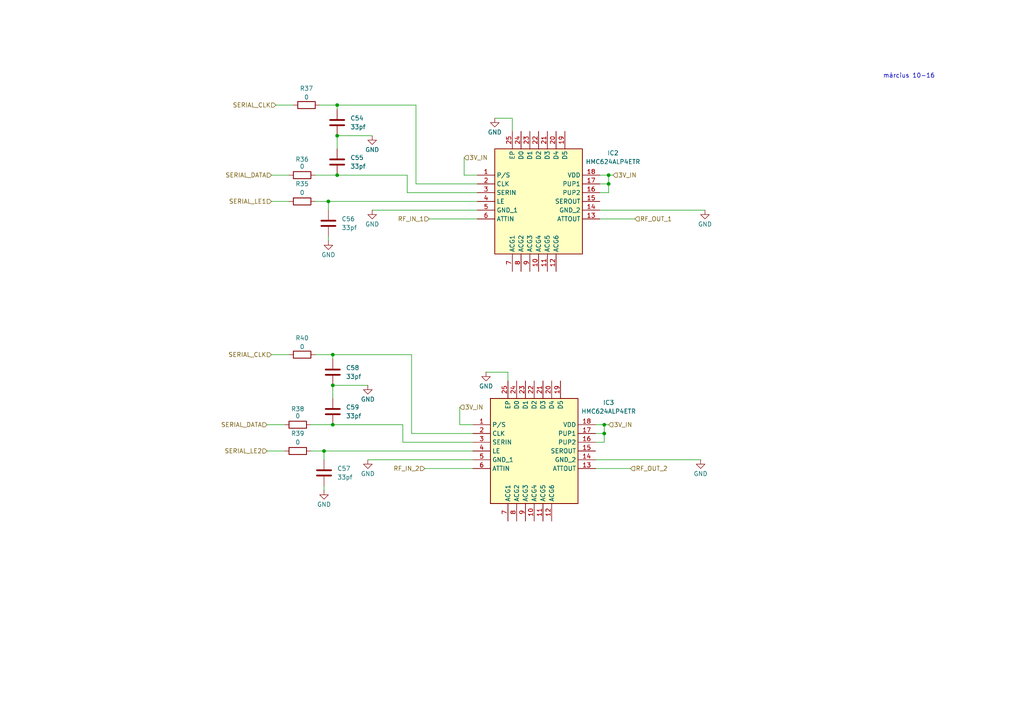
<source format=kicad_sch>
(kicad_sch (version 20250114) (generator "eeschema") (generator_version "9.0")
  (paper "A4")
  (lib_symbols
    (symbol "Device:C" (pin_numbers (hide yes)) (pin_names (offset 0.254))
      (property "Reference" "C" (at 0.635 2.54 0))
      (property "Value" "C" (at 0.635 -2.54 0))
      (symbol "C_0_1"
        (polyline (pts (xy -2.032 0.762) (xy 2.032 0.762)) (stroke (width 0.508)))
        (polyline (pts (xy -2.032 -0.762) (xy 2.032 -0.762)) (stroke (width 0.508)))
      )
      (symbol "C_1_1"
        (pin passive line (at 0 3.81 270) (length 2.794) (name "~") (number "1"))
        (pin passive line (at 0 -3.81 90) (length 2.794) (name "~") (number "2"))
      )
    )
    (symbol "Device:R" (pin_numbers (hide yes)) (pin_names (offset 0))
      (property "Reference" "R" (at 2.032 0 90))
      (property "Value" "R" (at 0 0 90))
      (symbol "R_0_1"
        (rectangle (start -1.016 -2.54) (end 1.016 2.54) (stroke (width 0.254)))
      )
      (symbol "R_1_1"
        (pin passive line (at 0 3.81 270) (length 1.27) (name "~") (number "1"))
        (pin passive line (at 0 -3.81 90) (length 1.27) (name "~") (number "2"))
      )
    )
    (symbol "HMC624ALP4ETR:HMC624ALP4ETR"
      (property "Reference" "IC" (at 31.75 12.7 0))
      (property "Value" "HMC624ALP4ETR" (at 31.75 10.16 0))
      (symbol "HMC624ALP4ETR_1_1"
        (rectangle (start 5.08 7.62) (end 30.48 -22.86) (stroke (width 0.254)) (fill (type background)))
        (pin passive line (at 0 0 0) (length 5.08) (name "P/S") (number "1"))
        (pin passive line (at 0 -2.54 0) (length 5.08) (name "CLK") (number "2"))
        (pin passive line (at 0 -5.08 0) (length 5.08) (name "SERIN") (number "3"))
        (pin passive line (at 0 -7.62 0) (length 5.08) (name "LE") (number "4"))
        (pin passive line (at 0 -10.16 0) (length 5.08) (name "GND_1") (number "5"))
        (pin passive line (at 0 -12.7 0) (length 5.08) (name "ATTIN") (number "6"))
        (pin passive line (at 10.16 12.7 270) (length 5.08) (name "EP") (number "25"))
        (pin passive line (at 10.16 -27.94 90) (length 5.08) (name "ACG1") (number "7"))
        (pin passive line (at 12.7 12.7 270) (length 5.08) (name "D0") (number "24"))
        (pin passive line (at 12.7 -27.94 90) (length 5.08) (name "ACG2") (number "8"))
        (pin passive line (at 15.24 12.7 270) (length 5.08) (name "D1") (number "23"))
        (pin passive line (at 15.24 -27.94 90) (length 5.08) (name "ACG3") (number "9"))
        (pin passive line (at 17.78 12.7 270) (length 5.08) (name "D2") (number "22"))
        (pin passive line (at 17.78 -27.94 90) (length 5.08) (name "ACG4") (number "10"))
        (pin passive line (at 20.32 12.7 270) (length 5.08) (name "D3") (number "21"))
        (pin passive line (at 20.32 -27.94 90) (length 5.08) (name "ACG5") (number "11"))
        (pin passive line (at 22.86 12.7 270) (length 5.08) (name "D4") (number "20"))
        (pin passive line (at 22.86 -27.94 90) (length 5.08) (name "ACG6") (number "12"))
        (pin passive line (at 25.4 12.7 270) (length 5.08) (name "D5") (number "19"))
        (pin passive line (at 35.56 0 180) (length 5.08) (name "VDD") (number "18"))
        (pin passive line (at 35.56 -2.54 180) (length 5.08) (name "PUP1") (number "17"))
        (pin passive line (at 35.56 -5.08 180) (length 5.08) (name "PUP2") (number "16"))
        (pin passive line (at 35.56 -7.62 180) (length 5.08) (name "SEROUT") (number "15"))
        (pin passive line (at 35.56 -10.16 180) (length 5.08) (name "GND_2") (number "14"))
        (pin passive line (at 35.56 -12.7 180) (length 5.08) (name "ATTOUT") (number "13"))
      )
    )
    (symbol "power:GND" (power) (pin_numbers (hide yes)) (pin_names (offset 0) (hide yes))
      (property "Value" "GND" (at 0 -3.81 0))
      (symbol "GND_0_1"
        (polyline (pts (xy 0 0) (xy 0 -1.27) (xy 1.27 -1.27) (xy 0 -2.54) (xy -1.27 -1.27) (xy 0 -1.27)))
      )
      (symbol "GND_1_1"
        (pin power_in line (at 0 0 270) (length 0) (name "~") (number "1"))
      )
    )
  )
  (text "március 10-16" (at 263.652 22.098 0) (effects (font (size 1.27 1.27))))
  (junction (at 175.26 125.73))
  (junction (at 175.26 123.19))
  (junction (at 97.79 30.48))
  (junction (at 96.52 111.76))
  (junction (at 95.25 58.42))
  (junction (at 97.79 39.37))
  (junction (at 97.79 50.8))
  (junction (at 176.53 53.34))
  (junction (at 96.52 123.19))
  (junction (at 176.53 50.8))
  (junction (at 93.98 130.81))
  (junction (at 96.52 102.87))
  (wire (pts (xy 119.38 102.87) (xy 96.52 102.87)))
  (wire (pts (xy 120.65 30.48) (xy 97.79 30.48)))
  (wire (pts (xy 147.32 110.49) (xy 147.32 107.95)))
  (wire (pts (xy 172.72 135.89) (xy 182.88 135.89)))
  (wire (pts (xy 175.26 128.27) (xy 175.26 125.73)))
  (wire (pts (xy 96.52 102.87) (xy 91.44 102.87)))
  (wire (pts (xy 137.16 128.27) (xy 116.84 128.27)))
  (wire (pts (xy 173.99 63.5) (xy 184.15 63.5)))
  (wire (pts (xy 173.99 53.34) (xy 176.53 53.34)))
  (wire (pts (xy 176.53 55.88) (xy 176.53 53.34)))
  (wire (pts (xy 90.17 130.81) (xy 93.98 130.81)))
  (wire (pts (xy 93.98 130.81) (xy 137.16 130.81)))
  (wire (pts (xy 120.65 53.34) (xy 120.65 30.48)))
  (wire (pts (xy 78.74 102.87) (xy 83.82 102.87)))
  (wire (pts (xy 137.16 125.73) (xy 119.38 125.73)))
  (wire (pts (xy 96.52 102.87) (xy 96.52 104.14)))
  (wire (pts (xy 95.25 68.58) (xy 95.25 69.85)))
  (wire (pts (xy 138.43 50.8) (xy 134.62 50.8)))
  (wire (pts (xy 119.38 125.73) (xy 119.38 102.87)))
  (wire (pts (xy 96.52 111.76) (xy 96.52 115.57)))
  (wire (pts (xy 107.95 60.96) (xy 138.43 60.96)))
  (wire (pts (xy 95.25 58.42) (xy 95.25 60.96)))
  (wire (pts (xy 116.84 128.27) (xy 116.84 123.19)))
  (wire (pts (xy 148.59 34.29) (xy 143.51 34.29)))
  (wire (pts (xy 148.59 38.1) (xy 148.59 34.29)))
  (wire (pts (xy 93.98 130.81) (xy 93.98 133.35)))
  (wire (pts (xy 97.79 30.48) (xy 92.71 30.48)))
  (wire (pts (xy 95.25 58.42) (xy 138.43 58.42)))
  (wire (pts (xy 147.32 107.95) (xy 140.97 107.95)))
  (wire (pts (xy 134.62 50.8) (xy 134.62 45.72)))
  (wire (pts (xy 176.53 50.8) (xy 177.8 50.8)))
  (wire (pts (xy 172.72 128.27) (xy 175.26 128.27)))
  (wire (pts (xy 173.99 60.96) (xy 204.47 60.96)))
  (wire (pts (xy 77.47 130.81) (xy 82.55 130.81)))
  (wire (pts (xy 123.19 135.89) (xy 137.16 135.89)))
  (wire (pts (xy 96.52 111.76) (xy 106.68 111.76)))
  (wire (pts (xy 173.99 50.8) (xy 176.53 50.8)))
  (wire (pts (xy 176.53 53.34) (xy 176.53 50.8)))
  (wire (pts (xy 124.46 63.5) (xy 138.43 63.5)))
  (wire (pts (xy 138.43 55.88) (xy 118.11 55.88)))
  (wire (pts (xy 97.79 50.8) (xy 91.44 50.8)))
  (wire (pts (xy 138.43 53.34) (xy 120.65 53.34)))
  (wire (pts (xy 118.11 50.8) (xy 97.79 50.8)))
  (wire (pts (xy 93.98 140.97) (xy 93.98 142.24)))
  (wire (pts (xy 133.35 123.19) (xy 133.35 118.11)))
  (wire (pts (xy 116.84 123.19) (xy 96.52 123.19)))
  (wire (pts (xy 137.16 123.19) (xy 133.35 123.19)))
  (wire (pts (xy 118.11 55.88) (xy 118.11 50.8)))
  (wire (pts (xy 78.74 50.8) (xy 83.82 50.8)))
  (wire (pts (xy 97.79 39.37) (xy 97.79 43.18)))
  (wire (pts (xy 91.44 58.42) (xy 95.25 58.42)))
  (wire (pts (xy 175.26 123.19) (xy 176.53 123.19)))
  (wire (pts (xy 77.47 123.19) (xy 82.55 123.19)))
  (wire (pts (xy 172.72 125.73) (xy 175.26 125.73)))
  (wire (pts (xy 173.99 55.88) (xy 176.53 55.88)))
  (wire (pts (xy 175.26 125.73) (xy 175.26 123.19)))
  (wire (pts (xy 172.72 133.35) (xy 203.2 133.35)))
  (wire (pts (xy 80.01 30.48) (xy 85.09 30.48)))
  (wire (pts (xy 106.68 133.35) (xy 137.16 133.35)))
  (wire (pts (xy 172.72 123.19) (xy 175.26 123.19)))
  (wire (pts (xy 96.52 123.19) (xy 90.17 123.19)))
  (wire (pts (xy 97.79 30.48) (xy 97.79 31.75)))
  (wire (pts (xy 97.79 39.37) (xy 107.95 39.37)))
  (wire (pts (xy 78.74 58.42) (xy 83.82 58.42)))
  (hierarchical_label "SERIAL_DATA" (shape input) (at 78.74 50.8 180))
  (hierarchical_label "SERIAL_LE2" (shape input) (at 77.47 130.81 180))
  (hierarchical_label "RF_IN_1" (shape input) (at 124.46 63.5 180))
  (hierarchical_label "SERIAL_DATA" (shape input) (at 77.47 123.19 180))
  (hierarchical_label "RF_OUT_2" (shape input) (at 182.88 135.89 0))
  (hierarchical_label "RF_IN_2" (shape input) (at 123.19 135.89 180))
  (hierarchical_label "3V_IN" (shape input) (at 133.35 118.11 0))
  (hierarchical_label "RF_OUT_1" (shape input) (at 184.15 63.5 0))
  (hierarchical_label "SERIAL_LE1" (shape input) (at 78.74 58.42 180))
  (hierarchical_label "3V_IN" (shape input) (at 177.8 50.8 0))
  (hierarchical_label "SERIAL_CLK" (shape input) (at 80.01 30.48 180))
  (hierarchical_label "3V_IN" (shape input) (at 134.62 45.72 0))
  (hierarchical_label "3V_IN" (shape input) (at 176.53 123.19 0))
  (hierarchical_label "SERIAL_CLK" (shape input) (at 78.74 102.87 180))
  (symbol (lib_id "Device:R") (at 87.63 102.87 90) (unit 1)
    (property "Reference" "R40" (at 87.63 98.044 90))
    (property "Value" "0" (at 87.63 100.584 90))
    (property "Footprint" "Resistor_SMD:R_0603_1608Metric_Pad0.98x0.95mm_HandSolder" (effects (hide yes)))
    (property "Description" "Resistor" (effects (hide yes)))
  )
  (symbol (lib_id "Device:C") (at 97.79 46.99 0) (unit 1)
    (property "Reference" "C55" (at 101.6 45.7199 0) (effects (justify left)))
    (property "Value" "33pf" (at 101.6 48.2599 0) (effects (justify left)))
    (property "Footprint" "Capacitor_SMD:C_0603_1608Metric_Pad1.08x0.95mm_HandSolder" (effects (hide yes)))
    (property "Description" "Unpolarized capacitor" (effects (hide yes)))
  )
  (symbol (lib_id "Device:R") (at 86.36 130.81 90) (unit 1)
    (property "Reference" "R39" (at 86.36 125.73 90))
    (property "Value" "0" (at 86.36 128.27 90))
    (property "Footprint" "Resistor_SMD:R_0603_1608Metric_Pad0.98x0.95mm_HandSolder" (effects (hide yes)))
    (property "Description" "Resistor" (effects (hide yes)))
  )
  (symbol (lib_id "Device:C") (at 96.52 107.95 0) (unit 1)
    (property "Reference" "C58" (at 100.33 106.6799 0) (effects (justify left)))
    (property "Value" "33pf" (at 100.33 109.2199 0) (effects (justify left)))
    (property "Footprint" "Capacitor_SMD:C_0603_1608Metric_Pad1.08x0.95mm_HandSolder" (effects (hide yes)))
    (property "Description" "Unpolarized capacitor" (effects (hide yes)))
  )
  (symbol (lib_id "HMC624ALP4ETR:HMC624ALP4ETR") (at 137.16 123.19 0) (unit 1)
    (property "Reference" "IC3" (at 176.53 116.7698 0))
    (property "Value" "HMC624ALP4ETR" (at 176.53 119.3098 0))
    (property "Footprint" "QFN50P400X400X90-25N-D" (effects (hide yes)))
    (property "Datasheet" "https://www.analog.com/HMC624A/datasheet" (effects (hide yes)))
    (property "Description" "0.1 GHz to 6.0 GHz, 0.5 dB LSB, 6-Bit, GaAs Digital Attenuator" (effects (hide yes)))
    (property "Height" "0.9" (effects (hide yes)))
    (property "Mouser Part Number" "584-HMC624ALP4ETR" (effects (hide yes)))
    (property "Mouser Price/Stock" "https://www.mouser.co.uk/ProductDetail/Analog-Devices/HMC624ALP4ETR?qs=3izLlwrMQ7kIEdV2gXboXA%3D%3D" (effects (hide yes)))
    (property "Manufacturer_Name" "Analog Devices" (effects (hide yes)))
    (property "Manufacturer_Part_Number" "HMC624ALP4ETR" (effects (hide yes)))
  )
  (symbol (lib_id "Device:R") (at 86.36 123.19 90) (unit 1)
    (property "Reference" "R38" (at 86.36 118.618 90))
    (property "Value" "0" (at 86.36 120.65 90))
    (property "Footprint" "Resistor_SMD:R_0603_1608Metric_Pad0.98x0.95mm_HandSolder" (effects (hide yes)))
    (property "Description" "Resistor" (effects (hide yes)))
  )
  (symbol (lib_id "power:GND") (at 93.98 142.24 0) (unit 1)
    (property "Reference" "#PWR063" (effects (hide yes)))
    (property "Value" "GND" (at 93.98 146.304 0))
    (property "Description" "Power symbol creates a global label with name \"GND\" , ground" (effects (hide yes)))
  )
  (symbol (lib_id "power:GND") (at 203.2 133.35 0) (unit 1)
    (property "Reference" "#PWR070" (effects (hide yes)))
    (property "Value" "GND" (at 203.2 137.414 0))
    (property "Description" "Power symbol creates a global label with name \"GND\" , ground" (effects (hide yes)))
  )
  (symbol (lib_id "power:GND") (at 204.47 60.96 0) (unit 1)
    (property "Reference" "#PWR066" (effects (hide yes)))
    (property "Value" "GND" (at 204.47 65.024 0))
    (property "Description" "Power symbol creates a global label with name \"GND\" , ground" (effects (hide yes)))
  )
  (symbol (lib_id "power:GND") (at 106.68 111.76 0) (unit 1)
    (property "Reference" "#PWR064" (effects (hide yes)))
    (property "Value" "GND" (at 106.68 115.824 0))
    (property "Description" "Power symbol creates a global label with name \"GND\" , ground" (effects (hide yes)))
  )
  (symbol (lib_id "Device:C") (at 93.98 137.16 0) (unit 1)
    (property "Reference" "C57" (at 97.79 135.8899 0) (effects (justify left)))
    (property "Value" "33pf" (at 97.79 138.4299 0) (effects (justify left)))
    (property "Footprint" "Capacitor_SMD:C_0603_1608Metric_Pad1.08x0.95mm_HandSolder" (effects (hide yes)))
    (property "Description" "Unpolarized capacitor" (effects (hide yes)))
  )
  (symbol (lib_id "power:GND") (at 140.97 107.95 0) (unit 1)
    (property "Reference" "#PWR076" (effects (hide yes)))
    (property "Value" "GND" (at 140.97 112.014 0))
    (property "Description" "Power symbol creates a global label with name \"GND\" , ground" (effects (hide yes)))
  )
  (symbol (lib_id "Device:R") (at 87.63 50.8 90) (unit 1)
    (property "Reference" "R36" (at 87.63 46.228 90))
    (property "Value" "0" (at 87.63 48.26 90))
    (property "Footprint" "Resistor_SMD:R_0603_1608Metric_Pad0.98x0.95mm_HandSolder" (effects (hide yes)))
    (property "Description" "Resistor" (effects (hide yes)))
  )
  (symbol (lib_id "power:GND") (at 143.51 34.29 0) (unit 1)
    (property "Reference" "#PWR075" (effects (hide yes)))
    (property "Value" "GND" (at 143.51 38.354 0))
    (property "Description" "Power symbol creates a global label with name \"GND\" , ground" (effects (hide yes)))
  )
  (symbol (lib_id "HMC624ALP4ETR:HMC624ALP4ETR") (at 138.43 50.8 0) (unit 1)
    (property "Reference" "IC2" (at 177.8 44.3798 0))
    (property "Value" "HMC624ALP4ETR" (at 177.8 46.9198 0))
    (property "Footprint" "QFN50P400X400X90-25N-D" (effects (hide yes)))
    (property "Datasheet" "https://www.analog.com/HMC624A/datasheet" (effects (hide yes)))
    (property "Description" "0.1 GHz to 6.0 GHz, 0.5 dB LSB, 6-Bit, GaAs Digital Attenuator" (effects (hide yes)))
    (property "Height" "0.9" (effects (hide yes)))
    (property "Mouser Part Number" "584-HMC624ALP4ETR" (effects (hide yes)))
    (property "Mouser Price/Stock" "https://www.mouser.co.uk/ProductDetail/Analog-Devices/HMC624ALP4ETR?qs=3izLlwrMQ7kIEdV2gXboXA%3D%3D" (effects (hide yes)))
    (property "Manufacturer_Name" "Analog Devices" (effects (hide yes)))
    (property "Manufacturer_Part_Number" "HMC624ALP4ETR" (effects (hide yes)))
  )
  (symbol (lib_id "Device:C") (at 96.52 119.38 0) (unit 1)
    (property "Reference" "C59" (at 100.33 118.1099 0) (effects (justify left)))
    (property "Value" "33pf" (at 100.33 120.6499 0) (effects (justify left)))
    (property "Footprint" "Capacitor_SMD:C_0603_1608Metric_Pad1.08x0.95mm_HandSolder" (effects (hide yes)))
    (property "Description" "Unpolarized capacitor" (effects (hide yes)))
  )
  (symbol (lib_id "Device:C") (at 95.25 64.77 0) (unit 1)
    (property "Reference" "C56" (at 99.06 63.4999 0) (effects (justify left)))
    (property "Value" "33pf" (at 99.06 66.0399 0) (effects (justify left)))
    (property "Footprint" "Capacitor_SMD:C_0603_1608Metric_Pad1.08x0.95mm_HandSolder" (effects (hide yes)))
    (property "Description" "Unpolarized capacitor" (effects (hide yes)))
  )
  (symbol (lib_id "power:GND") (at 107.95 60.96 0) (unit 1)
    (property "Reference" "#PWR065" (effects (hide yes)))
    (property "Value" "GND" (at 107.95 65.024 0))
    (property "Description" "Power symbol creates a global label with name \"GND\" , ground" (effects (hide yes)))
  )
  (symbol (lib_id "power:GND") (at 107.95 39.37 0) (unit 1)
    (property "Reference" "#PWR067" (effects (hide yes)))
    (property "Value" "GND" (at 107.95 43.434 0))
    (property "Description" "Power symbol creates a global label with name \"GND\" , ground" (effects (hide yes)))
  )
  (symbol (lib_id "Device:R") (at 88.9 30.48 90) (unit 1)
    (property "Reference" "R37" (at 88.9 25.654 90))
    (property "Value" "0" (at 88.9 28.194 90))
    (property "Footprint" "Resistor_SMD:R_0603_1608Metric_Pad0.98x0.95mm_HandSolder" (effects (hide yes)))
    (property "Description" "Resistor" (effects (hide yes)))
  )
  (symbol (lib_id "power:GND") (at 95.25 69.85 0) (unit 1)
    (property "Reference" "#PWR068" (effects (hide yes)))
    (property "Value" "GND" (at 95.25 73.914 0))
    (property "Description" "Power symbol creates a global label with name \"GND\" , ground" (effects (hide yes)))
  )
  (symbol (lib_id "Device:C") (at 97.79 35.56 0) (unit 1)
    (property "Reference" "C54" (at 101.6 34.2899 0) (effects (justify left)))
    (property "Value" "33pf" (at 101.6 36.8299 0) (effects (justify left)))
    (property "Footprint" "Capacitor_SMD:C_0603_1608Metric_Pad1.08x0.95mm_HandSolder" (effects (hide yes)))
    (property "Description" "Unpolarized capacitor" (effects (hide yes)))
  )
  (symbol (lib_id "Device:R") (at 87.63 58.42 90) (unit 1)
    (property "Reference" "R35" (at 87.63 53.34 90))
    (property "Value" "0" (at 87.63 55.88 90))
    (property "Footprint" "Resistor_SMD:R_0603_1608Metric_Pad0.98x0.95mm_HandSolder" (effects (hide yes)))
    (property "Description" "Resistor" (effects (hide yes)))
  )
  (symbol (lib_id "power:GND") (at 106.68 133.35 0) (unit 1)
    (property "Reference" "#PWR069" (effects (hide yes)))
    (property "Value" "GND" (at 106.68 137.414 0))
    (property "Description" "Power symbol creates a global label with name \"GND\" , ground" (effects (hide yes)))
  )
)
</source>
